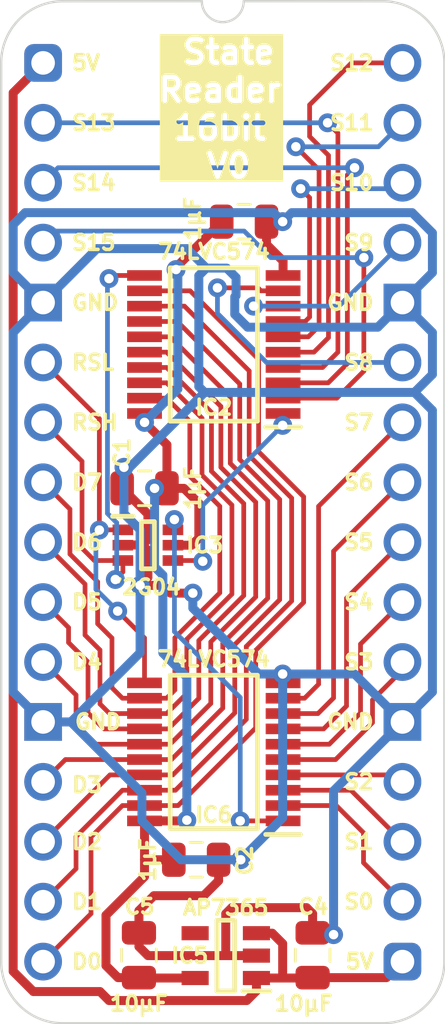
<source format=kicad_pcb>
(kicad_pcb (version 20241229) (generator "pcbnew") (generator_version "9.0")
  (title_block (title "State Reader") (date "2024-02-19") (rev "V0"))
  (layers (0 "F.Cu" signal) (2 "B.Cu" signal) (13 "F.Paste" user) (15 "B.Paste" user) (5 "F.SilkS" user "F.Silkscreen") (7 "B.SilkS" user "B.Silkscreen") (1 "F.Mask" user) (3 "B.Mask" user) (25 "Edge.Cuts" user))
  (net 0 "")
  (net 1 "GND")
  (net 2 "5V")
  (net 3 "/3.3V")
  (net 4 "D2")
  (net 5 "D3")
  (net 6 "D0")
  (net 7 "S9")
  (net 8 "S12")
  (net 9 "S8")
  (net 10 "D4")
  (net 11 "S15")
  (net 13 "S13")
  (net 14 "D5")
  (net 15 "S11")
  (net 16 "Read State High")
  (net 17 "D1")
  (net 18 "S10")
  (net 19 "D6")
  (net 20 "D7")
  (net 21 "/~{Read State High}")
  (net 22 "S14")
  (net 23 "/~{Read State Low}")
  (net 24 "Read State Low")
  (net 25 "S2")
  (net 26 "S5")
  (net 27 "S3")
  (net 28 "S4")
  (net 29 "S1")
  (net 30 "S7")
  (net 31 "S6")
  (net 32 "S0")
  (footprint "SamacSys_Parts:C_0805" (layer "F.Cu") (at 4.064 37.846)
    (property "Reference" "C5" (at 0.027 -2.075 180) (layer "F.SilkS") (effects (font (size 0.635 0.635))))
    (property "Value" "10µF" (at 0 2.032 0) (layer "F.SilkS") (effects (font (size 0.635 0.635))))
    (pad "1" smd roundrect (at 0 0.934 90) (size 1 1.45) (layers "F.Cu" "F.Mask" "F.Paste") (net 3 "/3.3V"))
    (pad "2" smd roundrect (at 0 -0.966 90) (size 1 1.45) (layers "F.Cu" "F.Mask" "F.Paste") (net 1 "GND"))
  )
  (footprint "SamacSys_Parts:SOP65P640X110-20N" (layer "F.Cu") (at 7.239 11.938 180)
    (property "Reference" "IC2" (at 0 -2.667 180) (layer "F.SilkS") (effects (font (size 0.635 0.635))))
    (property "Value" "74LVC574APW,118" (hide yes))
    (fp_text user "${Silkscreen}" (at 0 3.937 180) (layer "F.SilkS") (effects (font (size 0.635 0.635))))
    (pad "1" smd rect (at -2.938 -2.925 270) (size 0.45 1.475) (layers "F.Cu" "F.Mask" "F.Paste") (net 21 "/~{Read State High}"))
    (pad "2" smd rect (at -2.938 -2.275 270) (size 0.45 1.475) (layers "F.Cu" "F.Mask" "F.Paste") (net 11 "S15"))
    (pad "3" smd rect (at -2.938 -1.625 270) (size 0.45 1.475) (layers "F.Cu" "F.Mask" "F.Paste") (net 22 "S14"))
    (pad "4" smd rect (at -2.938 -0.975 270) (size 0.45 1.475) (layers "F.Cu" "F.Mask" "F.Paste") (net 13 "S13"))
    (pad "5" smd rect (at -2.938 -0.325 270) (size 0.45 1.475) (layers "F.Cu" "F.Mask" "F.Paste") (net 8 "S12"))
    (pad "6" smd rect (at -2.938 0.325 270) (size 0.45 1.475) (layers "F.Cu" "F.Mask" "F.Paste") (net 15 "S11"))
    (pad "7" smd rect (at -2.938 0.975 270) (size 0.45 1.475) (layers "F.Cu" "F.Mask" "F.Paste") (net 18 "S10"))
    (pad "8" smd rect (at -2.938 1.625 270) (size 0.45 1.475) (layers "F.Cu" "F.Mask" "F.Paste") (net 7 "S9"))
    (pad "9" smd rect (at -2.938 2.275 270) (size 0.45 1.475) (layers "F.Cu" "F.Mask" "F.Paste") (net 9 "S8"))
    (pad "10" smd rect (at -2.938 2.925 270) (size 0.45 1.475) (layers "F.Cu" "F.Mask" "F.Paste") (net 1 "GND"))
    (pad "11" smd rect (at 2.938 2.925 270) (size 0.45 1.475) (layers "F.Cu" "F.Mask" "F.Paste") (net 16 "Read State High"))
    (pad "12" smd rect (at 2.938 2.275 270) (size 0.45 1.475) (layers "F.Cu" "F.Mask" "F.Paste") (net 6 "D0"))
    (pad "13" smd rect (at 2.938 1.625 270) (size 0.45 1.475) (layers "F.Cu" "F.Mask" "F.Paste") (net 17 "D1"))
    (pad "14" smd rect (at 2.938 0.975 270) (size 0.45 1.475) (layers "F.Cu" "F.Mask" "F.Paste") (net 4 "D2"))
    (pad "15" smd rect (at 2.938 0.325 270) (size 0.45 1.475) (layers "F.Cu" "F.Mask" "F.Paste") (net 5 "D3"))
    (pad "16" smd rect (at 2.938 -0.325 270) (size 0.45 1.475) (layers "F.Cu" "F.Mask" "F.Paste") (net 10 "D4"))
    (pad "17" smd rect (at 2.938 -0.975 270) (size 0.45 1.475) (layers "F.Cu" "F.Mask" "F.Paste") (net 14 "D5"))
    (pad "18" smd rect (at 2.938 -1.625 270) (size 0.45 1.475) (layers "F.Cu" "F.Mask" "F.Paste") (net 19 "D6"))
    (pad "19" smd rect (at 2.938 -2.275 270) (size 0.45 1.475) (layers "F.Cu" "F.Mask" "F.Paste") (net 20 "D7"))
    (pad "20" smd rect (at 2.938 -2.925 270) (size 0.45 1.475) (layers "F.Cu" "F.Mask" "F.Paste") (net 3 "/3.3V"))
  )
  (footprint "SamacSys_Parts:C_0805" (layer "F.Cu") (at 4.318 18.034 90)
    (property "Reference" "C1" (at 1.509 -0.97 90) (layer "F.SilkS") (effects (font (size 0.635 0.635))))
    (property "Value" "1μF" (at 0 2.032 90) (layer "F.SilkS") (effects (font (size 0.635 0.635))))
    (pad "1" smd roundrect (at 0 0.934 180) (size 1 1.45) (layers "F.Cu" "F.Mask" "F.Paste") (net 3 "/3.3V"))
    (pad "2" smd roundrect (at 0 -0.966 180) (size 1 1.45) (layers "F.Cu" "F.Mask" "F.Paste") (net 1 "GND"))
  )
  (footprint "SamacSys_Parts:C_0805" (layer "F.Cu") (at 11.43 37.846)
    (property "Reference" "C4" (at 0.027 -2.075 180) (layer "F.SilkS") (effects (font (size 0.635 0.635))))
    (property "Value" "10µF" (at -0.381 2.032 0) (layer "F.SilkS") (effects (font (size 0.635 0.635))))
    (pad "1" smd roundrect (at 0 0.934 90) (size 1 1.45) (layers "F.Cu" "F.Mask" "F.Paste") (net 2 "5V"))
    (pad "2" smd roundrect (at 0 -0.966 90) (size 1 1.45) (layers "F.Cu" "F.Mask" "F.Paste") (net 1 "GND"))
  )
  (footprint "SamacSys_Parts:DIP-32_Board_W15.24mm" (layer "F.Cu") (at 0 0)
    (property "Reference" "J1" (hide yes))
    (property "Value" "Board 2x16 W15.24mm" (hide yes))
    (fp_line (start -1.778 38.1) (end -1.778 0) (stroke (width 0.1)) (layer "Edge.Cuts"))
    (fp_line (start 6.731 -2.6162) (end 0.835732 -2.613732) (stroke (width 0.1)) (layer "Edge.Cuts"))
    (fp_line (start 14.404267 -2.613733) (end 8.509 -2.6162) (stroke (width 0.1)) (layer "Edge.Cuts"))
    (fp_line (start 14.404268 40.713732) (end 0.835733 40.713733) (stroke (width 0.1)) (layer "Edge.Cuts"))
    (fp_line (start 17.018 38.1) (end 17.017999 -0.000001) (stroke (width 0.1)) (layer "Edge.Cuts"))
    (fp_arc (start -1.778 0) (mid -1.012456 -1.848188) (end 0.835732 -2.613732) (stroke (width 0.1)) (layer "Edge.Cuts"))
    (fp_arc (start 0.835733 40.713733) (mid -1.012456 39.948189) (end -1.778 38.1) (stroke (width 0.1)) (layer "Edge.Cuts"))
    (fp_arc (start 8.509 -2.6162) (mid 7.62 -1.7272) (end 6.731 -2.6162) (stroke (width 0.1)) (layer "Edge.Cuts"))
    (fp_arc (start 14.404267 -2.613733) (mid 16.252455 -1.848189) (end 17.017999 -0.000001) (stroke (width 0.1)) (layer "Edge.Cuts"))
    (fp_arc (start 17.018 38.1) (mid 16.252455 39.948187) (end 14.404268 40.713732) (stroke (width 0.1)) (layer "Edge.Cuts"))
    (pad "1" thru_hole roundrect (at 0 0) (size 1.6 1.6) (drill 1) (layers "*.Cu" "*.Mask") (net 2 "5V"))
    (pad "2" thru_hole oval (at 0 2.54) (size 1.6 1.6) (drill 1) (layers "*.Cu" "*.Mask") (net 13 "S13"))
    (pad "3" thru_hole oval (at 0 5.08) (size 1.6 1.6) (drill 1) (layers "*.Cu" "*.Mask") (net 22 "S14"))
    (pad "4" thru_hole oval (at 0 7.62) (size 1.6 1.6) (drill 1) (layers "*.Cu" "*.Mask") (net 11 "S15"))
    (pad "5" thru_hole rect (at 0 10.16) (size 1.6 1.6) (drill 1) (layers "*.Cu" "*.Mask") (net 1 "GND"))
    (pad "6" thru_hole oval (at 0 12.7) (size 1.6 1.6) (drill 1) (layers "*.Cu" "*.Mask") (net 24 "Read State Low"))
    (pad "7" thru_hole oval (at 0 15.24) (size 1.6 1.6) (drill 1) (layers "*.Cu" "*.Mask") (net 16 "Read State High"))
    (pad "8" thru_hole oval (at 0 17.78) (size 1.6 1.6) (drill 1) (layers "*.Cu" "*.Mask") (net 20 "D7"))
    (pad "9" thru_hole oval (at 0 20.32) (size 1.6 1.6) (drill 1) (layers "*.Cu" "*.Mask") (net 19 "D6"))
    (pad "10" thru_hole oval (at 0 22.86) (size 1.6 1.6) (drill 1) (layers "*.Cu" "*.Mask") (net 14 "D5"))
    (pad "11" thru_hole oval (at 0 25.4) (size 1.6 1.6) (drill 1) (layers "*.Cu" "*.Mask") (net 10 "D4"))
    (pad "12" thru_hole rect (at 0 27.94) (size 1.6 1.6) (drill 1) (layers "*.Cu" "*.Mask") (net 1 "GND"))
    (pad "13" thru_hole oval (at 0 30.48) (size 1.6 1.6) (drill 1) (layers "*.Cu" "*.Mask") (net 5 "D3"))
    (pad "14" thru_hole oval (at 0 33.02) (size 1.6 1.6) (drill 1) (layers "*.Cu" "*.Mask") (net 4 "D2"))
    (pad "15" thru_hole oval (at 0 35.56) (size 1.6 1.6) (drill 1) (layers "*.Cu" "*.Mask") (net 17 "D1"))
    (pad "16" thru_hole oval (at 0 38.1) (size 1.6 1.6) (drill 1) (layers "*.Cu" "*.Mask") (net 6 "D0"))
    (pad "17" thru_hole roundrect (at 15.24 38.1) (size 1.6 1.6) (drill 1) (layers "*.Cu" "*.Mask") (net 2 "5V"))
    (pad "18" thru_hole oval (at 15.24 35.56 180) (size 1.6 1.6) (drill 1) (layers "*.Cu" "*.Mask") (net 32 "S0"))
    (pad "19" thru_hole oval (at 15.24 33.02 180) (size 1.6 1.6) (drill 1) (layers "*.Cu" "*.Mask") (net 29 "S1"))
    (pad "20" thru_hole oval (at 15.24 30.48 180) (size 1.6 1.6) (drill 1) (layers "*.Cu" "*.Mask") (net 25 "S2"))
    (pad "21" thru_hole rect (at 15.24 27.94) (size 1.6 1.6) (drill 1) (layers "*.Cu" "*.Mask") (net 1 "GND"))
    (pad "22" thru_hole oval (at 15.24 25.4) (size 1.6 1.6) (drill 1) (layers "*.Cu" "*.Mask") (net 27 "S3"))
    (pad "23" thru_hole oval (at 15.24 22.86) (size 1.6 1.6) (drill 1) (layers "*.Cu" "*.Mask") (net 28 "S4"))
    (pad "24" thru_hole oval (at 15.24 20.32) (size 1.6 1.6) (drill 1) (layers "*.Cu" "*.Mask") (net 26 "S5"))
    (pad "25" thru_hole oval (at 15.24 17.78) (size 1.6 1.6) (drill 1) (layers "*.Cu" "*.Mask") (net 31 "S6"))
    (pad "26" thru_hole oval (at 15.24 15.24) (size 1.6 1.6) (drill 1) (layers "*.Cu" "*.Mask") (net 30 "S7"))
    (pad "27" thru_hole oval (at 15.24 12.7) (size 1.6 1.6) (drill 1) (layers "*.Cu" "*.Mask") (net 9 "S8"))
    (pad "28" thru_hole rect (at 15.24 10.16) (size 1.6 1.6) (drill 1) (layers "*.Cu" "*.Mask") (net 1 "GND"))
    (pad "29" thru_hole oval (at 15.24 7.62) (size 1.6 1.6) (drill 1) (layers "*.Cu" "*.Mask") (net 7 "S9"))
    (pad "30" thru_hole oval (at 15.24 5.08) (size 1.6 1.6) (drill 1) (layers "*.Cu" "*.Mask") (net 18 "S10"))
    (pad "31" thru_hole oval (at 15.24 2.54) (size 1.6 1.6) (drill 1) (layers "*.Cu" "*.Mask") (net 15 "S11"))
    (pad "32" thru_hole oval (at 15.24 0) (size 1.6 1.6) (drill 1) (layers "*.Cu" "*.Mask") (net 8 "S12"))
  )
  (footprint "SamacSys_Parts:C_0805" (layer "F.Cu") (at 6.477 33.782 -90)
    (property "Reference" "C2" (at 0.027 -2.075 90) (layer "F.SilkS") (effects (font (size 0.635 0.635))))
    (property "Value" "1μF" (at 0 2.032 90) (layer "F.SilkS") (effects (font (size 0.635 0.635))))
    (pad "1" smd roundrect (at 0 0.934) (size 1 1.45) (layers "F.Cu" "F.Mask" "F.Paste") (net 3 "/3.3V"))
    (pad "2" smd roundrect (at 0 -0.966) (size 1 1.45) (layers "F.Cu" "F.Mask" "F.Paste") (net 1 "GND"))
  )
  (footprint "SamacSys_Parts:SOP65P640X110-20N" (layer "F.Cu") (at 7.239 29.21 180)
    (property "Reference" "IC6" (at 0 -2.667 180) (layer "F.SilkS") (effects (font (size 0.635 0.635))))
    (property "Value" "74LVC574APW,118" (hide yes))
    (fp_text user "${Silkscreen}" (at 0 3.937 180) (layer "F.SilkS") (effects (font (size 0.635 0.635))))
    (pad "1" smd rect (at -2.938 -2.925 270) (size 0.45 1.475) (layers "F.Cu" "F.Mask" "F.Paste") (net 23 "/~{Read State Low}"))
    (pad "2" smd rect (at -2.938 -2.275 270) (size 0.45 1.475) (layers "F.Cu" "F.Mask" "F.Paste") (net 32 "S0"))
    (pad "3" smd rect (at -2.938 -1.625 270) (size 0.45 1.475) (layers "F.Cu" "F.Mask" "F.Paste") (net 29 "S1"))
    (pad "4" smd rect (at -2.938 -0.975 270) (size 0.45 1.475) (layers "F.Cu" "F.Mask" "F.Paste") (net 25 "S2"))
    (pad "5" smd rect (at -2.938 -0.325 270) (size 0.45 1.475) (layers "F.Cu" "F.Mask" "F.Paste") (net 27 "S3"))
    (pad "6" smd rect (at -2.938 0.325 270) (size 0.45 1.475) (layers "F.Cu" "F.Mask" "F.Paste") (net 28 "S4"))
    (pad "7" smd rect (at -2.938 0.975 270) (size 0.45 1.475) (layers "F.Cu" "F.Mask" "F.Paste") (net 26 "S5"))
    (pad "8" smd rect (at -2.938 1.625 270) (size 0.45 1.475) (layers "F.Cu" "F.Mask" "F.Paste") (net 31 "S6"))
    (pad "9" smd rect (at -2.938 2.275 270) (size 0.45 1.475) (layers "F.Cu" "F.Mask" "F.Paste") (net 30 "S7"))
    (pad "10" smd rect (at -2.938 2.925 270) (size 0.45 1.475) (layers "F.Cu" "F.Mask" "F.Paste") (net 1 "GND"))
    (pad "11" smd rect (at 2.938 2.925 270) (size 0.45 1.475) (layers "F.Cu" "F.Mask" "F.Paste") (net 24 "Read State Low"))
    (pad "12" smd rect (at 2.938 2.275 270) (size 0.45 1.475) (layers "F.Cu" "F.Mask" "F.Paste") (net 20 "D7"))
    (pad "13" smd rect (at 2.938 1.625 270) (size 0.45 1.475) (layers "F.Cu" "F.Mask" "F.Paste") (net 19 "D6"))
    (pad "14" smd rect (at 2.938 0.975 270) (size 0.45 1.475) (layers "F.Cu" "F.Mask" "F.Paste") (net 14 "D5"))
    (pad "15" smd rect (at 2.938 0.325 270) (size 0.45 1.475) (layers "F.Cu" "F.Mask" "F.Paste") (net 10 "D4"))
    (pad "16" smd rect (at 2.938 -0.325 270) (size 0.45 1.475) (layers "F.Cu" "F.Mask" "F.Paste") (net 5 "D3"))
    (pad "17" smd rect (at 2.938 -0.975 270) (size 0.45 1.475) (layers "F.Cu" "F.Mask" "F.Paste") (net 4 "D2"))
    (pad "18" smd rect (at 2.938 -1.625 270) (size 0.45 1.475) (layers "F.Cu" "F.Mask" "F.Paste") (net 17 "D1"))
    (pad "19" smd rect (at 2.938 -2.275 270) (size 0.45 1.475) (layers "F.Cu" "F.Mask" "F.Paste") (net 6 "D0"))
    (pad "20" smd rect (at 2.938 -2.925 270) (size 0.45 1.475) (layers "F.Cu" "F.Mask" "F.Paste") (net 3 "/3.3V"))
  )
  (footprint "SamacSys_Parts:C_0805" (layer "F.Cu") (at 8.509 6.731 -90)
    (property "Reference" "C9" (hide yes))
    (property "Value" "1μF" (at -0.127 2.159 90) (layer "F.SilkS") (effects (font (size 0.635 0.635))))
    (pad "1" smd roundrect (at 0 0.934) (size 1 1.45) (layers "F.Cu" "F.Mask" "F.Paste") (net 3 "/3.3V"))
    (pad "2" smd roundrect (at 0 -0.966) (size 1 1.45) (layers "F.Cu" "F.Mask" "F.Paste") (net 1 "GND"))
  )
  (footprint "SamacSys_Parts:SOT95P285X130-5N" (layer "F.Cu") (at 7.747 37.846 180)
    (property "Reference" "IC5" (at 1.524 0 180) (layer "F.SilkS") (effects (font (size 0.635 0.635))))
    (property "Value" "AP7365-33WG-7" (hide yes))
    (fp_text user "${Silkscreen}" (at 0 2.032 180) (layer "F.SilkS") (effects (font (size 0.635 0.635))))
    (pad "1" smd rect (at -1.3 -0.95 270) (size 0.6 1.15) (layers "F.Cu" "F.Mask" "F.Paste") (net 2 "5V"))
    (pad "2" smd rect (at -1.3 0 270) (size 0.6 1.15) (layers "F.Cu" "F.Mask" "F.Paste") (net 1 "GND"))
    (pad "3" smd rect (at -1.3 0.95 270) (size 0.6 1.15) (layers "F.Cu" "F.Mask" "F.Paste") (net 2 "5V"))
    (pad "4" smd rect (at 1.3 0.95 270) (size 0.6 1.15) (layers "F.Cu" "F.Mask" "F.Paste"))
    (pad "5" smd rect (at 1.3 -0.95 270) (size 0.6 1.15) (layers "F.Cu" "F.Mask" "F.Paste") (net 3 "/3.3V"))
  )
  (footprint "SamacSys_Parts:SOP65P210X110-6N" (layer "F.Cu") (at 4.445 20.447)
    (property "Reference" "IC3" (at 2.413 0 0) (layer "F.SilkS") (effects (font (size 0.635 0.635))))
    (property "Value" "74LVC2G04GW-Q100H" (hide yes))
    (fp_text user "${Silkscreen}" (at 0 1.778 0) (layer "F.SilkS") (effects (font (size 0.635 0.635))))
    (pad "1" smd rect (at -1.062 -0.65 90) (size 0.45 0.875) (layers "F.Cu" "F.Mask" "F.Paste") (net 24 "Read State Low"))
    (pad "2" smd rect (at -1.062 0 90) (size 0.45 0.875) (layers "F.Cu" "F.Mask" "F.Paste") (net 1 "GND"))
    (pad "3" smd rect (at -1.062 0.65 90) (size 0.45 0.875) (layers "F.Cu" "F.Mask" "F.Paste") (net 16 "Read State High"))
    (pad "4" smd rect (at 1.062 0.65 90) (size 0.45 0.875) (layers "F.Cu" "F.Mask" "F.Paste") (net 21 "/~{Read State High}"))
    (pad "5" smd rect (at 1.062 0 90) (size 0.45 0.875) (layers "F.Cu" "F.Mask" "F.Paste") (net 3 "/3.3V"))
    (pad "6" smd rect (at 1.062 -0.65 90) (size 0.45 0.875) (layers "F.Cu" "F.Mask" "F.Paste") (net 23 "/~{Read State Low}"))
  )
  (gr_text "S1" (at 14.097 33.02 0) (layer "F.SilkS") (effects (font (size 0.635 0.635) (thickness 0.15) (bold yes)) (justify right)))
  (gr_text "S5" (at 14.097 20.32 0) (layer "F.SilkS") (effects (font (size 0.635 0.635) (thickness 0.15) (bold yes)) (justify right)))
  (gr_text "S3" (at 14.097 25.4 0) (layer "F.SilkS") (effects (font (size 0.635 0.635) (thickness 0.15) (bold yes)) (justify right)))
  (gr_text "GND" (at 1.143 10.16 0) (layer "F.SilkS") (effects (font (size 0.635 0.635) (thickness 0.15) (bold yes)) (justify left)))
  (gr_text "S7" (at 14.097 15.24 0) (layer "F.SilkS") (effects (font (size 0.635 0.635) (thickness 0.15) (bold yes)) (justify right)))
  (gr_text "RSL" (at 1.143 12.7 0) (layer "F.SilkS") (effects (font (size 0.635 0.635) (thickness 0.15) (bold yes)) (justify left)))
  (gr_text "D7" (at 1.143 17.78 0) (layer "F.SilkS") (effects (font (size 0.635 0.635) (thickness 0.15) (bold yes)) (justify left)))
  (gr_text "D4" (at 1.143 25.4 0) (layer "F.SilkS") (effects (font (size 0.635 0.635) (thickness 0.15) (bold yes)) (justify left)))
  (gr_text "S11" (at 14.097 2.54 0) (layer "F.SilkS") (effects (font (size 0.635 0.635) (thickness 0.15) (bold yes)) (justify right)))
  (gr_text "S14" (at 1.143 5.08 0) (layer "F.SilkS") (effects (font (size 0.635 0.635) (thickness 0.15) (bold yes)) (justify left)))
  (gr_text "D2" (at 1.143 33.02 0) (layer "F.SilkS") (effects (font (size 0.635 0.635) (thickness 0.15) (bold yes)) (justify left)))
  (gr_text "S2" (at 14.097 30.48 0) (layer "F.SilkS") (effects (font (size 0.635 0.635) (thickness 0.15) (bold yes)) (justify right)))
  (gr_text "State\nReader \n16bit \nV0" (at 7.874 4.953 0) (layer "F.SilkS" knockout) (effects (font (size 1 1) (thickness 0.2) (bold yes)) (justify bottom)))
  (gr_text "S4" (at 14.097 22.86 0) (layer "F.SilkS") (effects (font (size 0.635 0.635) (thickness 0.15) (bold yes)) (justify right)))
  (gr_text "S6" (at 14.097 17.78 0) (layer "F.SilkS") (effects (font (size 0.635 0.635) (thickness 0.15) (bold yes)) (justify right)))
  (gr_text "5V" (at 1.143 0 0) (layer "F.SilkS") (effects (font (size 0.635 0.635) (thickness 0.15) (bold yes)) (justify left)))
  (gr_text "S12" (at 14.097 0 0) (layer "F.SilkS") (effects (font (size 0.635 0.635) (thickness 0.15) (bold yes)) (justify right)))
  (gr_text "D3" (at 1.143 30.607 0) (layer "F.SilkS") (effects (font (size 0.635 0.635) (thickness 0.15) (bold yes)) (justify left)))
  (gr_text "GND" (at 14.097 10.16 0) (layer "F.SilkS") (effects (font (size 0.635 0.635) (thickness 0.15) (bold yes)) (justify right)))
  (gr_text "RSH" (at 1.143 15.24 0) (layer "F.SilkS") (effects (font (size 0.635 0.635) (thickness 0.15) (bold yes)) (justify left)))
  (gr_text "D6" (at 1.143 20.32 0) (layer "F.SilkS") (effects (font (size 0.635 0.635) (thickness 0.15) (bold yes)) (justify left)))
  (gr_text "D5" (at 1.143 22.86 0) (layer "F.SilkS") (effects (font (size 0.635 0.635) (thickness 0.15) (bold yes)) (justify left)))
  (gr_text "S13" (at 1.143 2.54 0) (layer "F.SilkS") (effects (font (size 0.635 0.635) (thickness 0.15) (bold yes)) (justify left)))
  (gr_text "S10" (at 14.097 5.08 0) (layer "F.SilkS") (effects (font (size 0.635 0.635) (thickness 0.15) (bold yes)) (justify right)))
  (gr_text "S15" (at 1.143 7.62 0) (layer "F.SilkS") (effects (font (size 0.635 0.635) (thickness 0.15) (bold yes)) (justify left)))
  (gr_text "S8" (at 14.097 12.7 0) (layer "F.SilkS") (effects (font (size 0.635 0.635) (thickness 0.15) (bold yes)) (justify right)))
  (gr_text "D1" (at 1.143 35.56 0) (layer "F.SilkS") (effects (font (size 0.635 0.635) (thickness 0.15) (bold yes)) (justify left)))
  (gr_text "S9" (at 14.097 7.62 0) (layer "F.SilkS") (effects (font (size 0.635 0.635) (thickness 0.15) (bold yes)) (justify right)))
  (gr_text "D0" (at 1.143 38.1 0) (layer "F.SilkS") (effects (font (size 0.635 0.635) (thickness 0.15) (bold yes)) (justify left)))
  (gr_text "S0" (at 14.097 35.56 0) (layer "F.SilkS") (effects (font (size 0.635 0.635) (thickness 0.15) (bold yes)) (justify right)))
  (gr_text "GND" (at 1.27 27.94 0) (layer "F.SilkS") (effects (font (size 0.635 0.635) (thickness 0.15) (bold yes)) (justify left)))
  (gr_text "GND" (at 14.097 27.94 0) (layer "F.SilkS") (effects (font (size 0.635 0.635) (thickness 0.15) (bold yes)) (justify right)))
  (gr_text "5V" (at 14.097 38.1 0) (layer "F.SilkS") (effects (font (size 0.635 0.635) (thickness 0.15) (bold yes)) (justify right)))
  (segment (start 4.445 21.818687) (end 4.113 22.150687) (width 0.38) (layer "F.Cu") (net 1))
  (segment (start 10.16 26.268) (end 10.16 25.907996) (width 0.38) (layer "F.Cu") (net 1))
  (segment (start 9.475 6.731) (end 9.475 7.697) (width 0.38) (layer "F.Cu") (net 1))
  (segment (start 7.747 37.846) (end 9.047 37.846) (width 0.38) (layer "F.Cu") (net 1))
  (segment (start 4.064 35.941) (end 4.699 35.306) (width 0.38) (layer "F.Cu") (net 1))
  (segment (start 11.176 35.814) (end 11.43 36.068) (width 0.38) (layer "F.Cu") (net 1))
  (segment (start 7.747 36.068) (end 8.001 35.814) (width 0.38) (layer "F.Cu") (net 1))
  (segment (start 8.001 35.814) (end 11.176 35.814) (width 0.38) (layer "F.Cu") (net 1))
  (segment (start 4.699 35.306) (end 6.808 35.306) (width 0.38) (layer "F.Cu") (net 1))
  (segment (start 11.43 36.068) (end 11.43 36.88) (width 0.38) (layer "F.Cu") (net 1))
  (segment (start 9.475 7.697) (end 10.177 8.399) (width 0.38) (layer "F.Cu") (net 1))
  (segment (start 4.113 22.150687) (end 5.08 22.150687) (width 0.38) (layer "F.Cu") (net 1))
  (segment (start 3.352 17.222) (end 3.429 17.145) (width 0.38) (layer "F.Cu") (net 1))
  (segment (start 4.064 36.88) (end 4.064 35.941) (width 0.38) (layer "F.Cu") (net 1))
  (segment (start 10.177 8.399) (end 10.177 9.013) (width 0.38) (layer "F.Cu") (net 1))
  (segment (start 4.2105 20.437) (end 4.445 20.2025) (width 0.38) (layer "F.Cu") (net 1))
  (segment (start 4.445 20.6715) (end 4.445 21.818687) (width 0.38) (layer "F.Cu") (net 1))
  (segment (start 7.443 34.671) (end 7.443 33.782) (width 0.38) (layer "F.Cu") (net 1))
  (segment (start 4.064 37.465) (end 4.445 37.846) (width 0.38) (layer "F.Cu") (net 1))
  (segment (start 11.507 36.957) (end 12.318994 36.957) (width 0.38) (layer "F.Cu") (net 1))
  (segment (start 4.445 37.846) (end 7.747 37.846) (width 0.38) (layer "F.Cu") (net 1))
  (segment (start 4.445 20.2025) (end 4.445 19.127) (width 0.38) (layer "F.Cu") (net 1))
  (segment (start 6.35 22.479) (end 5.408312 22.479) (width 0.38) (layer "F.Cu") (net 1))
  (segment (start 4.445 19.127) (end 3.352 18.034) (width 0.38) (layer "F.Cu") (net 1))
  (segment (start 4.2105 20.437) (end 3.393 20.437) (width 0.38) (layer "F.Cu") (net 1))
  (segment (start 4.064 36.88) (end 4.064 37.465) (width 0.38) (layer "F.Cu") (net 1))
  (segment (start 10.033 6.604) (end 10.16 6.731) (width 0.38) (layer "F.Cu") (net 1))
  (segment (start 6.808 35.306) (end 7.443 34.671) (width 0.38) (layer "F.Cu") (net 1))
  (segment (start 9.602 6.604) (end 10.033 6.604) (width 0.38) (layer "F.Cu") (net 1))
  (segment (start 5.08 22.150687) (end 5.408312 22.479) (width 0.38) (layer "F.Cu") (net 1))
  (segment (start 3.352 18.034) (end 3.352 17.222) (width 0.38) (layer "F.Cu") (net 1))
  (segment (start 4.445 20.6715) (end 4.2105 20.437) (width 0.38) (layer "F.Cu") (net 1))
  (segment (start 7.443 33.782) (end 8.382004 33.782) (width 0.38) (layer "F.Cu") (net 1))
  (segment (start 7.747 37.846) (end 7.747 36.068) (width 0.38) (layer "F.Cu") (net 1))
  (via (at 8.382004 33.782) (size 0.8) (drill 0.4) (layers "F.Cu" "B.Cu") (net 1))
  (via (at 10.16 25.907996) (size 0.8) (drill 0.4) (layers "F.Cu" "B.Cu") (net 1))
  (via (at 12.318994 36.957) (size 0.8) (drill 0.4) (layers "F.Cu" "B.Cu") (net 1))
  (via (at 6.35 22.479) (size 0.8) (drill 0.4) (layers "F.Cu" "B.Cu") (net 1))
  (via (at 3.429 17.145) (size 0.8) (drill 0.4) (layers "F.Cu" "B.Cu") (net 1))
  (via (at 10.16 6.731) (size 0.8) (drill 0.4) (layers "F.Cu" "B.Cu") (net 1))
  (via (at 4.113 22.150687) (size 0.8) (drill 0.4) (layers "F.Cu" "B.Cu") (net 1))
  (segment (start 13.207996 25.907996) (end 10.16 25.907996) (width 0.38) (layer "B.Cu") (net 1))
  (segment (start -1.27 11.43) (end 0 10.16) (width 0.38) (layer "B.Cu") (net 1))
  (segment (start 1.18 27.94) (end 4.113 25.007) (width 0.38) (layer "B.Cu") (net 1))
  (segment (start 10.541 6.35) (end 10.16 6.731) (width 0.38) (layer "B.Cu") (net 1))
  (segment (start 16.51 8.89) (end 16.51 7.207085) (width 0.38) (layer "B.Cu") (net 1))
  (segment (start 12.318994 30.861006) (end 12.318994 36.957) (width 0.38) (layer "B.Cu") (net 1))
  (segment (start -1.27 6.858) (end -0.762 6.35) (width 0.38) (layer "B.Cu") (net 1))
  (segment (start 15.748 13.97) (end 16.51 14.732) (width 0.38) (layer "B.Cu") (net 1))
  (segment (start -1.27 26.67) (end -1.27 11.43) (width 0.38) (layer "B.Cu") (net 1))
  (segment (start 15.24 27.94) (end 13.207996 25.907996) (width 0.38) (layer "B.Cu") (net 1))
  (segment (start 8.183913 9.098681) (end 8.183913 9.864013) (width 0.38) (layer "B.Cu") (net 1))
  (segment (start 0 27.94) (end 1.18 27.94) (width 0.38) (layer "B.Cu") (net 1))
  (segment (start 16.51 14.732) (end 16.51 26.67) (width 0.38) (layer "B.Cu") (net 1))
  (segment (start 6.604 9.017) (end 6.604 13.724937) (width 0.38) (layer "B.Cu") (net 1))
  (segment (start 8.671812 11.204) (end 14.196 11.204) (width 0.38) (layer "B.Cu") (net 1))
  (segment (start 16.51 26.67) (end 15.24 27.94) (width 0.38) (layer "B.Cu") (net 1))
  (segment (start 6.096 7.874) (end 6.9215 8.6995) (width 0.38) (layer "B.Cu") (net 1))
  (segment (start 10.16 25.907996) (end 10.16 32.004004) (width 0.38) (layer "B.Cu") (net 1))
  (segment (start 15.24 10.16) (end 16.51 8.89) (width 0.38) (layer "B.Cu") (net 1))
  (segment (start 10.16 25.907996) (end 9.143996 25.907996) (width 0.38) (layer "B.Cu") (net 1))
  (segment (start 3.674063 17.145) (end 3.429 17.145) (width 0.38) (layer "B.Cu") (net 1))
  (segment (start 3.429 19.108244) (end 4.113 19.792244) (width 0.38) (layer "B.Cu") (net 1))
  (segment (start 0 27.94) (end -1.27 26.67) (width 0.38) (layer "B.Cu") (net 1))
  (segment (start 8.128 9.919926) (end 8.128 10.660188) (width 0.38) (layer "B.Cu") (net 1))
  (segment (start 0 10.16) (end 2.286 7.874) (width 0.38) (layer "B.Cu") (net 1))
  (segment (start 6.35 23.114) (end 6.35 22.479) (width 0.38) (layer "B.Cu") (net 1))
  (segment (start -1.27 8.89) (end -1.27 6.858) (width 0.38) (layer "B.Cu") (net 1))
  (segment (start 15.748 13.97) (end 6.849063 13.97) (width 0.38) (layer "B.Cu") (net 1))
  (segment (start -0.762 6.35) (end 9.779 6.35) (width 0.38) (layer "B.Cu") (net 1))
  (segment (start 16.51 13.208) (end 15.748 13.97) (width 0.38) (layer "B.Cu") (net 1))
  (segment (start 7.784732 8.6995) (end 8.183913 9.098681) (width 0.38) (layer "B.Cu") (net 1))
  (segment (start 14.196 11.204) (end 15.24 10.16) (width 0.38) (layer "B.Cu") (net 1))
  (segment (start 9.779 6.35) (end 10.16 6.731) (width 0.38) (layer "B.Cu") (net 1))
  (segment (start 9.143996 25.907996) (end 6.35 23.114) (width 0.38) (layer "B.Cu") (net 1))
  (segment (start 4.191 30.951) (end 4.191 32.131) (width 0.38) (layer "B.Cu") (net 1))
  (segment (start 16.51 11.43) (end 16.51 13.208) (width 0.38) (layer "B.Cu") (net 1))
  (segment (start 4.113 25.007) (end 4.113 22.150687) (width 0.38) (layer "B.Cu") (net 1))
  (segment (start 4.191 32.131) (end 5.842 33.782) (width 0.38) (layer "B.Cu") (net 1))
  (segment (start 10.16 32.004004) (end 8.382004 33.782) (width 0.38) (layer "B.Cu") (net 1))
  (segment (start 5.842 33.782) (end 8.382004 33.782) (width 0.38) (layer "B.Cu") (net 1))
  (segment (start 2.286 7.874) (end 6.096 7.874) (width 0.38) (layer "B.Cu") (net 1))
  (segment (start 3.429 17.145) (end 3.429 19.108244) (width 0.38) (layer "B.Cu") (net 1))
  (segment (start 6.849063 13.97) (end 3.674063 17.145) (width 0.38) (layer "B.Cu") (net 1))
  (segment (start 0 10.16) (end -1.27 8.89) (width 0.38) (layer "B.Cu") (net 1))
  (segment (start 15.24 27.94) (end 12.318994 30.861006) (width 0.38) (layer "B.Cu") (net 1))
  (segment (start 6.604 13.724937) (end 6.849063 13.97) (width 0.38) (layer "B.Cu") (net 1))
  (segment (start 16.51 7.207085) (end 15.652915 6.35) (width 0.38) (layer "B.Cu") (net 1))
  (segment (start 15.652915 6.35) (end 10.541 6.35) (width 0.38) (layer "B.Cu") (net 1))
  (segment (start 4.113 19.792244) (end 4.113 22.150687) (width 0.38) (layer "B.Cu") (net 1))
  (segment (start 6.9215 8.6995) (end 7.784732 8.6995) (width 0.38) (layer "B.Cu") (net 1))
  (segment (start 8.128 10.660188) (end 8.671812 11.204) (width 0.38) (layer "B.Cu") (net 1))
  (segment (start 15.24 10.16) (end 16.51 11.43) (width 0.38) (layer "B.Cu") (net 1))
  (segment (start 8.183913 9.864013) (end 8.128 9.919926) (width 0.38) (layer "B.Cu") (net 1))
  (segment (start 1.18 27.94) (end 4.191 30.951) (width 0.38) (layer "B.Cu") (net 1))
  (segment (start 6.9215 8.6995) (end 6.604 9.017) (width 0.38) (layer "B.Cu") (net 1))
  (segment (start 14.56 38.78) (end 15.24 38.1) (width 0.38) (layer "F.Cu") (net 2))
  (segment (start -0.412915 39.37) (end 2.413 39.37) (width 0.38) (layer "F.Cu") (net 2))
  (segment (start 9.718 36.896) (end 10.16 37.338) (width 0.38) (layer "F.Cu") (net 2))
  (segment (start 8.636 39.751) (end 9.047 39.34) (width 0.38) (layer "F.Cu") (net 2))
  (segment (start 2.794 39.751) (end 8.636 39.751) (width 0.38) (layer "F.Cu") (net 2))
  (segment (start 9.047 38.796) (end 10.16 38.796) (width 0.38) (layer "F.Cu") (net 2))
  (segment (start -1.27 38.512915) (end -0.412915 39.37) (width 0.38) (layer "F.Cu") (net 2))
  (segment (start 9.047 36.896) (end 9.718 36.896) (width 0.38) (layer "F.Cu") (net 2))
  (segment (start 11.43 38.78) (end 14.56 38.78) (width 0.38) (layer "F.Cu") (net 2))
  (segment (start 0 0) (end -1.27 1.27) (width 0.38) (layer "F.Cu") (net 2))
  (segment (start 2.413 39.37) (end 2.794 39.751) (width 0.38) (layer "F.Cu") (net 2))
  (segment (start 10.16 38.796) (end 10.16 37.338) (width 0.38) (layer "F.Cu") (net 2))
  (segment (start 9.047 39.34) (end 9.047 38.796) (width 0.38) (layer "F.Cu") (net 2))
  (segment (start 10.16 38.796) (end 11.414 38.796) (width 0.38) (layer "F.Cu") (net 2))
  (segment (start -1.27 1.27) (end -1.27 38.512915) (width 0.38) (layer "F.Cu") (net 2))
  (segment (start 2.667 38.272) (end 3.175 38.78) (width 0.38) (layer "F.Cu") (net 3))
  (segment (start 6.604 18.669) (end 5.971889 18.036889) (width 0.38) (layer "F.Cu") (net 3))
  (segment (start 4.301 14.863) (end 4.301 15.24) (width 0.38) (layer "F.Cu") (net 3))
  (segment (start 5.252 18.034) (end 5.252 16.191) (width 0.38) (layer "F.Cu") (net 3))
  (segment (start 3.175 38.78) (end 4.064 38.78) (width 0.38) (layer "F.Cu") (net 3))
  (segment (start 4.301 32.135) (end 4.301 33.782) (width 0.38) (layer "F.Cu") (net 3))
  (segment (start 6.604 20.1425) (end 6.604 18.669) (width 0.38) (layer "F.Cu") (net 3))
  (segment (start 6.064 32.135) (end 6.096 32.103) (width 0.38) (layer "F.Cu") (net 3))
  (segment (start 4.301 34.4975) (end 2.667 36.1315) (width 0.38) (layer "F.Cu") (net 3))
  (segment (start 4.301 33.782) (end 5.543 33.782) (width 0.38) (layer "F.Cu") (net 3))
  (segment (start 6.2995 20.447) (end 6.604 20.1425) (width 0.38) (layer "F.Cu") (net 3))
  (segment (start 4.727 18.036889) (end 5.249111 18.036889) (width 0.38) (layer "F.Cu") (net 3))
  (segment (start 6.447 38.796) (end 4.08 38.796) (width 0.38) (layer "F.Cu") (net 3))
  (segment (start 4.301 33.782) (end 4.301 34.4975) (width 0.38) (layer "F.Cu") (net 3))
  (segment (start 5.507 20.447) (end 6.2995 20.447) (width 0.38) (layer "F.Cu") (net 3))
  (segment (start 5.252 16.191) (end 4.301 15.24) (width 0.38) (layer "F.Cu") (net 3))
  (segment (start 4.301 32.135) (end 6.064 32.135) (width 0.38) (layer "F.Cu") (net 3))
  (segment (start 5.971889 18.036889) (end 4.727 18.036889) (width 0.38) (layer "F.Cu") (net 3))
  (segment (start 5.637881 8.668119) (end 7.575 6.731) (width 0.38) (layer "F.Cu") (net 3))
  (segment (start 5.637881 8.760731) (end 5.637881 8.668119) (width 0.38) (layer "F.Cu") (net 3))
  (segment (start 2.667 36.1315) (end 2.667 38.272) (width 0.38) (layer "F.Cu") (net 3))
  (via (at 4.727 18.036889) (size 0.8) (drill 0.4) (layers "F.Cu" "B.Cu") (net 3))
  (via (at 6.096 32.103) (size 0.8) (drill 0.4) (layers "F.Cu" "B.Cu") (net 3))
  (via (at 4.301 15.24) (size 0.8) (drill 0.4) (layers "F.Cu" "B.Cu") (net 3))
  (via (at 5.637881 8.760731) (size 0.8) (drill 0.4) (layers "F.Cu" "B.Cu") (net 3))
  (segment (start 5.08 25.019) (end 6.096 26.035) (width 0.38) (layer "B.Cu") (net 3))
  (segment (start 4.727 18.036889) (end 4.727 21.364) (width 0.38) (layer "B.Cu") (net 3))
  (segment (start 4.727 21.364) (end 5.08 21.717) (width 0.38) (layer "B.Cu") (net 3))
  (segment (start 5.715 8.83785) (end 5.715 13.826) (width 0.38) (layer "B.Cu") (net 3))
  (segment (start 5.08 21.717) (end 5.08 25.019) (width 0.38) (layer "B.Cu") (net 3))
  (segment (start 5.715 13.826) (end 4.301 15.24) (width 0.38) (layer "B.Cu") (net 3))
  (segment (start 5.637881 8.760731) (end 5.715 8.83785) (width 0.38) (layer "B.Cu") (net 3))
  (segment (start 6.096 26.035) (end 6.096 32.103) (width 0.38) (layer "B.Cu") (net 3))
  (segment (start 8.128 24.661926) (end 10.033 22.756926) (width 0.2) (layer "F.Cu") (net 4))
  (segment (start 10.033 22.756926) (end 10.033 18.507574) (width 0.2) (layer "F.Cu") (net 4))
  (segment (start 8.128 27.559) (end 8.128 24.661926) (width 0.2) (layer "F.Cu") (net 4))
  (segment (start 5.6925 10.963) (end 4.301 10.963) (width 0.2) (layer "F.Cu") (net 4))
  (segment (start 5.502 30.185) (end 8.128 27.559) (width 0.2) (layer "F.Cu") (net 4))
  (segment (start 8.3395 16.814074) (end 8.3395 13.61) (width 0.2) (layer "F.Cu") (net 4))
  (segment (start 8.3395 13.61) (end 5.6925 10.963) (width 0.2) (layer "F.Cu") (net 4))
  (segment (start 2.835 30.185) (end 4.301 30.185) (width 0.2) (layer "F.Cu") (net 4))
  (segment (start 10.033 18.507574) (end 8.3395 16.814074) (width 0.2) (layer "F.Cu") (net 4))
  (segment (start 0 33.02) (end 2.835 30.185) (width 0.2) (layer "F.Cu") (net 4))
  (segment (start 4.301 30.185) (end 5.502 30.185) (width 0.2) (layer "F.Cu") (net 4))
  (segment (start 7.9395 16.979759) (end 7.9395 14.1625) (width 0.2) (layer "F.Cu") (net 5))
  (segment (start 5.39 11.613) (end 4.301 11.613) (width 0.2) (layer "F.Cu") (net 5))
  (segment (start 7.62 24.60424) (end 9.525 22.69924) (width 0.2) (layer "F.Cu") (net 5))
  (segment (start 9.525 22.69924) (end 9.525 18.565259) (width 0.2) (layer "F.Cu") (net 5))
  (segment (start 9.525 18.565259) (end 7.9395 16.979759) (width 0.2) (layer "F.Cu") (net 5))
  (segment (start 7.9395 14.1625) (end 5.39 11.613) (width 0.2) (layer "F.Cu") (net 5))
  (segment (start 0 30.48) (end 0.945 29.535) (width 0.2) (layer "F.Cu") (net 5))
  (segment (start 0.945 29.535) (end 4.301 29.535) (width 0.2) (layer "F.Cu") (net 5))
  (segment (start 5.44125 29.535) (end 7.62 27.35625) (width 0.2) (layer "F.Cu") (net 5))
  (segment (start 4.301 29.535) (end 5.44125 29.535) (width 0.2) (layer "F.Cu") (net 5))
  (segment (start 7.62 27.35625) (end 7.62 24.60424) (width 0.2) (layer "F.Cu") (net 5))
  (segment (start 2.032 32.8165) (end 3.3635 31.485) (width 0.2) (layer "F.Cu") (net 6))
  (segment (start 9.1395 12.5685) (end 6.234 9.663) (width 0.2) (layer "F.Cu") (net 6))
  (segment (start 9.017 28.194) (end 9.017 24.904296) (width 0.2) (layer "F.Cu") (net 6))
  (segment (start 0 38.1) (end 2.032 36.068) (width 0.2) (layer "F.Cu") (net 6))
  (segment (start 11.049 22.872296) (end 11.049 18.392204) (width 0.2) (layer "F.Cu") (net 6))
  (segment (start 5.726 31.485) (end 9.017 28.194) (width 0.2) (layer "F.Cu") (net 6))
  (segment (start 9.1395 16.482704) (end 9.1395 12.5685) (width 0.2) (layer "F.Cu") (net 6))
  (segment (start 9.017 24.904296) (end 11.049 22.872296) (width 0.2) (layer "F.Cu") (net 6))
  (segment (start 6.234 9.663) (end 4.301 9.663) (width 0.2) (layer "F.Cu") (net 6))
  (segment (start 4.301 31.485) (end 5.726 31.485) (width 0.2) (layer "F.Cu") (net 6))
  (segment (start 2.032 36.068) (end 2.032 32.8165) (width 0.2) (layer "F.Cu") (net 6))
  (segment (start 3.3635 31.485) (end 4.301 31.485) (width 0.2) (layer "F.Cu") (net 6))
  (segment (start 11.049 18.392204) (end 9.1395 16.482704) (width 0.2) (layer "F.Cu") (net 6))
  (segment (start 8.925992 10.313) (end 8.925246 10.312254) (width 0.2) (layer "F.Cu") (net 7))
  (segment (start 10.177 10.313) (end 8.925992 10.313) (width 0.2) (layer "F.Cu") (net 7))
  (via (at 8.925246 10.312254) (size 0.8) (drill 0.4) (layers "F.Cu" "B.Cu") (net 7))
  (segment (start 12.547746 10.312254) (end 8.925246 10.312254) (width 0.2) (layer "B.Cu") (net 7))
  (segment (start 15.24 7.62) (end 12.547746 10.312254) (width 0.2) (layer "B.Cu") (net 7))
  (segment (start 13.081 0) (end 15.24 0) (width 0.2) (layer "F.Cu") (net 8))
  (segment (start 11.303 3.120107) (end 11.303 1.778) (width 0.2) (layer "F.Cu") (net 8))
  (segment (start 11.303 1.778) (end 13.081 0) (width 0.2) (layer "F.Cu") (net 8))
  (segment (start 11.486 12.263) (end 12.103 11.646) (width 0.2) (layer "F.Cu") (net 8))
  (segment (start 10.177 12.263) (end 11.486 12.263) (width 0.2) (layer "F.Cu") (net 8))
  (segment (start 12.103 3.920107) (end 11.303 3.120107) (width 0.2) (layer "F.Cu") (net 8))
  (segment (start 12.103 11.646) (end 12.103 3.920107) (width 0.2) (layer "F.Cu") (net 8))
  (segment (start 9.2395 9.663) (end 9.113284 9.536784) (width 0.2) (layer "F.Cu") (net 9))
  (segment (start 9.113284 9.536784) (end 7.393913 9.536784) (width 0.2) (layer "F.Cu") (net 9))
  (segment (start 10.177 9.663) (end 9.2395 9.663) (width 0.2) (layer "F.Cu") (net 9))
  (via (at 7.393913 9.536784) (size 0.8) (drill 0.4) (layers "F.Cu" "B.Cu") (net 9))
  (segment (start 15.24 12.7) (end 9.474848 12.7) (width 0.2) (layer "B.Cu") (net 9))
  (segment (start 7.393913 10.619065) (end 7.393913 9.536784) (width 0.2) (layer "B.Cu") (net 9))
  (segment (start 9.474848 12.7) (end 7.393913 10.619065) (width 0.2) (layer "B.Cu") (net 9))
  (segment (start 7.112 27.15825) (end 7.112 24.546556) (width 0.2) (layer "F.Cu") (net 10))
  (segment (start 9.017 18.622944) (end 7.5395 17.145444) (width 0.2) (layer "F.Cu") (net 10))
  (segment (start 2.088 28.885) (end 4.301 28.885) (width 0.2) (layer "F.Cu") (net 10))
  (segment (start 7.5395 14.564) (end 5.2385 12.263) (width 0.2) (layer "F.Cu") (net 10))
  (segment (start 9.017 22.641556) (end 9.017 18.622944) (width 0.2) (layer "F.Cu") (net 10))
  (segment (start 7.112 24.546556) (end 9.017 22.641556) (width 0.2) (layer "F.Cu") (net 10))
  (segment (start 1.397 28.194) (end 2.088 28.885) (width 0.2) (layer "F.Cu") (net 10))
  (segment (start 0 25.4) (end 1.397 26.797) (width 0.2) (layer "F.Cu") (net 10))
  (segment (start 7.5395 17.145444) (end 7.5395 14.564) (width 0.2) (layer "F.Cu") (net 10))
  (segment (start 4.301 28.885) (end 5.38525 28.885) (width 0.2) (layer "F.Cu") (net 10))
  (segment (start 5.38525 28.885) (end 7.112 27.15825) (width 0.2) (layer "F.Cu") (net 10))
  (segment (start 1.397 26.797) (end 1.397 28.194) (width 0.2) (layer "F.Cu") (net 10))
  (segment (start 5.2385 12.263) (end 4.301 12.263) (width 0.2) (layer "F.Cu") (net 10))
  (segment (start 13.603 13.067) (end 12.457 14.213) (width 0.2) (layer "F.Cu") (net 11))
  (segment (start 12.457 14.213) (end 10.177 14.213) (width 0.2) (layer "F.Cu") (net 11))
  (segment (start 13.603 8.255) (end 13.603 13.067) (width 0.2) (layer "F.Cu") (net 11))
  (via (at 13.603 8.255) (size 0.8) (drill 0.4) (layers "F.Cu" "B.Cu") (net 11))
  (segment (start 13.603 8.255) (end 9.652 8.255) (width 0.2) (layer "B.Cu") (net 11))
  (segment (start 9.652 8.255) (end 8.527 7.13) (width 0.2) (layer "B.Cu") (net 11))
  (segment (start 8.527 7.13) (end 0.49 7.13) (width 0.2) (layer "B.Cu") (net 11))
  (segment (start 10.177 12.913) (end 11.852 12.913) (width 0.2) (layer "F.Cu") (net 13))
  (segment (start 12.503 2.978004) (end 12.065 2.540004) (width 0.2) (layer "F.Cu") (net 13))
  (segment (start 11.852 12.913) (end 12.503 12.262) (width 0.2) (layer "F.Cu") (net 13))
  (segment (start 12.503 12.262) (end 12.503 2.978004) (width 0.2) (layer "F.Cu") (net 13))
  (via (at 12.065 2.540004) (size 0.8) (drill 0.4) (layers "F.Cu" "B.Cu") (net 13))
  (segment (start 0 2.54) (end 12.064996 2.54) (width 0.2) (layer "B.Cu") (net 13))
  (segment (start 12.064996 2.54) (end 12.065 2.540004) (width 0.2) (layer "B.Cu") (net 13))
  (segment (start 1.905 27.559) (end 1.905 25.4) (width 0.2) (layer "F.Cu") (net 14))
  (segment (start 2.581 28.235) (end 1.905 27.559) (width 0.2) (layer "F.Cu") (net 14))
  (segment (start 4.301 12.913) (end 5.2385 12.913) (width 0.2) (layer "F.Cu") (net 14))
  (segment (start 7.1395 14.814) (end 7.1395 17.311129) (width 0.2) (layer "F.Cu") (net 14))
  (segment (start 4.301 28.235) (end 2.581 28.235) (width 0.2) (layer "F.Cu") (net 14))
  (segment (start 6.604 24.48887) (end 6.604 26.939435) (width 0.2) (layer "F.Cu") (net 14))
  (segment (start 6.604 26.939435) (end 5.308435 28.235) (width 0.2) (layer "F.Cu") (net 14))
  (segment (start 0 22.86) (end 1.0795 23.9395) (width 0.2) (layer "F.Cu") (net 14))
  (segment (start 1.0795 23.9395) (end 1.0795 24.5745) (width 0.2) (layer "F.Cu") (net 14))
  (segment (start 7.1395 17.311129) (end 8.509 18.680629) (width 0.2) (layer "F.Cu") (net 14))
  (segment (start 5.2385 12.913) (end 7.1395 14.814) (width 0.2) (layer "F.Cu") (net 14))
  (segment (start 8.509 18.680629) (end 8.509 22.58387) (width 0.2) (layer "F.Cu") (net 14))
  (segment (start 5.308435 28.235) (end 4.301 28.235) (width 0.2) (layer "F.Cu") (net 14))
  (segment (start 1.905 25.4) (end 1.0795 24.5745) (width 0.2) (layer "F.Cu") (net 14))
  (segment (start 8.509 22.58387) (end 6.604 24.48887) (width 0.2) (layer "F.Cu") (net 14))
  (segment (start 11.703 4.538969) (end 10.720031 3.556) (width 0.2) (layer "F.Cu") (net 15))
  (segment (start 11.247 11.613) (end 11.703 11.157) (width 0.2) (layer "F.Cu") (net 15))
  (segment (start 11.703 11.157) (end 11.703 4.538969) (width 0.2) (layer "F.Cu") (net 15))
  (segment (start 10.177 11.613) (end 11.247 11.613) (width 0.2) (layer "F.Cu") (net 15))
  (via (at 10.720031 3.556) (size 0.8) (drill 0.4) (layers "F.Cu" "B.Cu") (net 15))
  (segment (start 14.224 3.556) (end 10.720031 3.556) (width 0.2) (layer "B.Cu") (net 15))
  (segment (start 15.24 2.54) (end 14.224 3.556) (width 0.2) (layer "B.Cu") (net 15))
  (segment (start 1.651 20.574) (end 2.174 21.097) (width 0.2) (layer "F.Cu") (net 16))
  (segment (start 2.174 21.097) (end 3.383 21.097) (width 0.2) (layer "F.Cu") (net 16))
  (segment (start 0 15.24) (end 1.651 16.891) (width 0.2) (layer "F.Cu") (net 16))
  (segment (start 2.925 9.013) (end 2.794 9.144) (width 0.2) (layer "F.Cu") (net 16))
  (segment (start 3.383 21.097) (end 3.383 21.581879) (width 0.2) (layer "F.Cu") (net 16))
  (segment (start 1.651 16.891) (end 1.651 20.574) (width 0.2) (layer "F.Cu") (net 16))
  (segment (start 4.301 9.013) (end 2.925 9.013) (width 0.2) (layer "F.Cu") (net 16))
  (segment (start 3.383 21.581879) (end 3.064078 21.900801) (width 0.2) (layer "F.Cu") (net 16))
  (via (at 2.794 9.144) (size 0.8) (drill 0.4) (layers "F.Cu" "B.Cu") (net 16))
  (via (at 3.064078 21.900801) (size 0.8) (drill 0.4) (layers "F.Cu" "B.Cu") (net 16))
  (segment (start 2.794 9.144) (end 2.729 9.209) (width 0.2) (layer "B.Cu") (net 16))
  (segment (start 3.121 21.843879) (end 3.064078 21.900801) (width 0.2) (layer "B.Cu") (net 16))
  (segment (start 2.729 9.209) (end 2.729 19.101209) (width 0.2) (layer "B.Cu") (net 16))
  (segment (start 3.121 19.493209) (end 3.121 21.843879) (width 0.2) (layer "B.Cu") (net 16))
  (segment (start 2.729 19.101209) (end 3.121 19.493209) (width 0.2) (layer "B.Cu") (net 16))
  (segment (start 8.7395 13.0575) (end 5.995 10.313) (width 0.2) (layer "F.Cu") (net 17))
  (segment (start 5.614 30.835) (end 8.617 27.832) (width 0.2) (layer "F.Cu") (net 17))
  (segment (start 8.7395 16.64839) (end 8.7395 13.0575) (width 0.2) (layer "F.Cu") (net 17))
  (segment (start 5.995 10.313) (end 4.301 10.313) (width 0.2) (layer "F.Cu") (net 17))
  (segment (start 8.617 27.832) (end 8.617 24.73861) (width 0.2) (layer "F.Cu") (net 17))
  (segment (start 4.301 30.835) (end 5.614 30.835) (width 0.2) (layer "F.Cu") (net 17))
  (segment (start 10.541 18.44989) (end 8.7395 16.64839) (width 0.2) (layer "F.Cu") (net 17))
  (segment (start 8.617 24.73861) (end 10.541 22.81461) (width 0.2) (layer "F.Cu") (net 17))
  (segment (start 1.397 32.8015) (end 3.3635 30.835) (width 0.2) (layer "F.Cu") (net 17))
  (segment (start 3.3635 30.835) (end 4.301 30.835) (width 0.2) (layer "F.Cu") (net 17))
  (segment (start 0 35.56) (end 1.397 34.163) (width 0.2) (layer "F.Cu") (net 17))
  (segment (start 1.397 34.163) (end 1.397 32.8015) (width 0.2) (layer "F.Cu") (net 17))
  (segment (start 10.541 22.81461) (end 10.541 18.44989) (width 0.2) (layer "F.Cu") (net 17))
  (segment (start 10.177 10.963) (end 11.1145 10.963) (width 0.2) (layer "F.Cu") (net 18))
  (segment (start 11.1145 10.963) (end 11.303 10.7745) (width 0.2) (layer "F.Cu") (net 18))
  (segment (start 11.303 10.7745) (end 11.303 5.715) (width 0.2) (layer "F.Cu") (net 18))
  (segment (start 11.303 5.715) (end 10.922 5.334) (width 0.2) (layer "F.Cu") (net 18))
  (via (at 10.922 5.334) (size 0.8) (drill 0.4) (layers "F.Cu" "B.Cu") (net 18))
  (segment (start 10.922 5.334) (end 14.986 5.334) (width 0.2) (layer "B.Cu") (net 18))
  (segment (start 1.778 22.098) (end 0 20.32) (width 0.2) (layer "F.Cu") (net 19))
  (segment (start 5.2385 13.563) (end 4.301 13.563) (width 0.2) (layer "F.Cu") (net 19))
  (segment (start 2.413 27.178) (end 2.413 24.892) (width 0.2) (layer "F.Cu") (net 19))
  (segment (start 5.2385 27.585) (end 6.096 26.7275) (width 0.2) (layer "F.Cu") (net 19))
  (segment (start 8.008 18.745314) (end 6.7395 17.476814) (width 0.2) (layer "F.Cu") (net 19))
  (segment (start 1.778 24.257) (end 1.778 22.098) (width 0.2) (layer "F.Cu") (net 19))
  (segment (start 2.82 27.585) (end 2.413 27.178) (width 0.2) (layer "F.Cu") (net 19))
  (segment (start 6.7395 15.064) (end 5.2385 13.563) (width 0.2) (layer "F.Cu") (net 19))
  (segment (start 4.301 27.585) (end 5.2385 27.585) (width 0.2) (layer "F.Cu") (net 19))
  (segment (start 6.096 26.7275) (end 6.096 24.431186) (width 0.2) (layer "F.Cu") (net 19))
  (segment (start 6.096 24.431186) (end 8.008 22.519186) (width 0.2) (layer "F.Cu") (net 19))
  (segment (start 2.413 24.892) (end 1.778 24.257) (width 0.2) (layer "F.Cu") (net 19))
  (segment (start 4.301 27.585) (end 2.82 27.585) (width 0.2) (layer "F.Cu") (net 19))
  (segment (start 8.008 22.519186) (end 8.008 18.745314) (width 0.2) (layer "F.Cu") (net 19))
  (segment (start 6.7395 17.476814) (end 6.7395 15.064) (width 0.2) (layer "F.Cu") (net 19))
  (segment (start 2.921 24.384) (end 2.314078 23.777078) (width 0.2) (layer "F.Cu") (net 20))
  (segment (start 2.921 26.4925) (end 2.921 24.384) (width 0.2) (layer "F.Cu") (net 20))
  (segment (start 7.493 22.4685) (end 7.493 18.796) (width 0.2) (layer "F.Cu") (net 20))
  (segment (start 7.493 18.796) (end 6.223 17.526) (width 0.2) (layer "F.Cu") (net 20))
  (segment (start 5.588 26.5855) (end 5.588 24.3735) (width 0.2) (layer "F.Cu") (net 20))
  (segment (start 4.301 26.935) (end 3.3635 26.935) (width 0.2) (layer "F.Cu") (net 20))
  (segment (start 5.2385 26.935) (end 5.588 26.5855) (width 0.2) (layer "F.Cu") (net 20))
  (segment (start 3.3635 26.935) (end 2.921 26.4925) (width 0.2) (layer "F.Cu") (net 20))
  (segment (start 5.588 24.3735) (end 7.493 22.4685) (width 0.2) (layer "F.Cu") (net 20))
  (segment (start 1.139 20.824) (end 1.139 18.919) (width 0.2) (layer "F.Cu") (net 20))
  (segment (start 5.2385 14.213) (end 4.301 14.213) (width 0.2) (layer "F.Cu") (net 20))
  (segment (start 2.314078 21.999078) (end 1.139 20.824) (width 0.2) (layer "F.Cu") (net 20))
  (segment (start 6.223 15.1975) (end 5.2385 14.213) (width 0.2) (layer "F.Cu") (net 20))
  (segment (start 4.301 26.935) (end 5.2385 26.935) (width 0.2) (layer "F.Cu") (net 20))
  (segment (start 6.223 17.526) (end 6.223 15.1975) (width 0.2) (layer "F.Cu") (net 20))
  (segment (start 1.139 18.919) (end 0 17.78) (width 0.2) (layer "F.Cu") (net 20))
  (segment (start 2.314078 23.777078) (end 2.314078 21.999078) (width 0.2) (layer "F.Cu") (net 20))
  (segment (start 10.177 15.350004) (end 10.16 15.367004) (width 0.2) (layer "F.Cu") (net 21))
  (segment (start 10.177 14.863) (end 10.177 15.350004) (width 0.2) (layer "F.Cu") (net 21))
  (segment (start 6.739575 21.097) (end 6.771782 21.129207) (width 0.2) (layer "F.Cu") (net 21))
  (segment (start 5.507 21.097) (end 6.739575 21.097) (width 0.2) (layer "F.Cu") (net 21))
  (via (at 10.16 15.367004) (size 0.8) (drill 0.4) (layers "F.Cu" "B.Cu") (net 21))
  (via (at 6.771782 21.129207) (size 0.8) (drill 0.4) (layers "F.Cu" "B.Cu") (net 21))
  (segment (start 10.16 15.367004) (end 6.771782 18.755222) (width 0.2) (layer "B.Cu") (net 21))
  (segment (start 6.771782 18.755222) (end 6.771782 21.129207) (width 0.2) (layer "B.Cu") (net 21))
  (segment (start 12.091 13.563) (end 12.903 12.751) (width 0.2) (layer "F.Cu") (net 22))
  (segment (start 12.903 4.75) (end 13.208 4.445) (width 0.2) (layer "F.Cu") (net 22))
  (segment (start 12.903 12.751) (end 12.903 4.75) (width 0.2) (layer "F.Cu") (net 22))
  (segment (start 10.177 13.563) (end 12.091 13.563) (width 0.2) (layer "F.Cu") (net 22))
  (via (at 13.208 4.445) (size 0.8) (drill 0.4) (layers "F.Cu" "B.Cu") (net 22))
  (segment (start 0 5.08) (end 0.635 4.445) (width 0.2) (layer "B.Cu") (net 22))
  (segment (start 0.635 4.445) (end 13.208 4.445) (width 0.2) (layer "B.Cu") (net 22))
  (segment (start 5.507 19.419) (end 5.567 19.359) (width 0.2) (layer "F.Cu") (net 23))
  (segment (start 10.177 32.135) (end 8.359954 32.135) (width 0.2) (layer "F.Cu") (net 23))
  (segment (start 8.359954 32.135) (end 8.359952 32.135002) (width 0.2) (layer "F.Cu") (net 23))
  (segment (start 5.507 19.797) (end 5.507 19.419) (width 0.2) (layer "F.Cu") (net 23))
  (via (at 5.567 19.359) (size 0.8) (drill 0.4) (layers "F.Cu" "B.Cu") (net 23))
  (via (at 8.359952 32.135002) (size 0.8) (drill 0.4) (layers "F.Cu" "B.Cu") (net 23))
  (segment (start 8.359952 26.901952) (end 8.359952 32.135002) (width 0.2) (layer "B.Cu") (net 23))
  (segment (start 5.57 19.362) (end 5.57 24.112) (width 0.2) (layer "B.Cu") (net 23))
  (segment (start 5.567 19.359) (end 5.57 19.362) (width 0.2) (layer "B.Cu") (net 23))
  (segment (start 5.57 24.112) (end 8.359952 26.901952) (width 0.2) (layer "B.Cu") (net 23))
  (segment (start 3.383 19.797) (end 2.393884 19.797) (width 0.2) (layer "F.Cu") (net 24))
  (segment (start 4.301 26.285) (end 4.301 24.379) (width 0.2) (layer "F.Cu") (net 24))
  (segment (start 2.393884 19.797) (end 2.385808 19.805076) (width 0.2) (layer "F.Cu") (net 24))
  (segment (start 2.385808 15.085808) (end 2.385808 19.805076) (width 0.2) (layer "F.Cu") (net 24))
  (segment (start 4.301 24.379) (end 3.163 23.241) (width 0.2) (layer "F.Cu") (net 24))
  (segment (start 0 12.7) (end 2.385808 15.085808) (width 0.2) (layer "F.Cu") (net 24))
  (via (at 3.163 23.241) (size 0.8) (drill 0.4) (layers "F.Cu" "B.Cu") (net 24))
  (via (at 2.385808 19.805076) (size 0.8) (drill 0.4) (layers "F.Cu" "B.Cu") (net 24))
  (segment (start 2.238998 22.316998) (end 2.238998 19.951886) (width 0.2) (layer "B.Cu") (net 24))
  (segment (start 2.238998 19.951886) (end 2.385808 19.805076) (width 0.2) (layer "B.Cu") (net 24))
  (segment (start 3.163 23.241) (end 2.238998 22.316998) (width 0.2) (layer "B.Cu") (net 24))
  (segment (start 10.177 30.185) (end 14.945 30.185) (width 0.2) (layer "F.Cu") (net 25))
  (segment (start 12.86775 22.69225) (end 15.24 20.32) (width 0.2) (layer "F.Cu") (net 26))
  (segment (start 12.86775 27.26425) (end 12.86775 22.69225) (width 0.2) (layer "F.Cu") (net 26))
  (segment (start 10.177 28.235) (end 11.897 28.235) (width 0.2) (layer "F.Cu") (net 26))
  (segment (start 11.897 28.235) (end 12.86775 27.26425) (width 0.2) (layer "F.Cu") (net 26))
  (segment (start 13.97 27.968843) (end 13.97 27.01) (width 0.2) (layer "F.Cu") (net 27))
  (segment (start 10.177 29.535) (end 12.403843 29.535) (width 0.2) (layer "F.Cu") (net 27))
  (segment (start 12.403843 29.535) (end 13.97 27.968843) (width 0.2) (layer "F.Cu") (net 27))
  (segment (start 13.97 27.01) (end 15.24 25.74) (width 0.2) (layer "F.Cu") (net 27))
  (segment (start 12.136 28.885) (end 10.177 28.885) (width 0.2) (layer "F.Cu") (net 28))
  (segment (start 13.462 24.638) (end 13.462 27.559) (width 0.2) (layer "F.Cu") (net 28))
  (segment (start 13.462 27.559) (end 12.136 28.885) (width 0.2) (layer "F.Cu") (net 28))
  (segment (start 15.24 22.86) (end 13.462 24.638) (width 0.2) (layer "F.Cu") (net 28))
  (segment (start 10.177 30.835) (end 13.055 30.835) (width 0.2) (layer "F.Cu") (net 29))
  (segment (start 13.055 30.835) (end 15.24 33.02) (width 0.2) (layer "F.Cu") (net 29))
  (segment (start 10.177 26.935) (end 11.0895 26.935) (width 0.2) (layer "F.Cu") (net 30))
  (segment (start 11.0895 26.935) (end 11.684 26.3405) (width 0.2) (layer "F.Cu") (net 30))
  (segment (start 11.684 26.3405) (end 11.684 18.796) (width 0.2) (layer "F.Cu") (net 30))
  (segment (start 11.684 18.796) (end 15.24 15.24) (width 0.2) (layer "F.Cu") (net 30))
  (segment (start 12.319 20.701) (end 15.24 17.78) (width 0.2) (layer "F.Cu") (net 31))
  (segment (start 11.658 27.585) (end 12.319 26.924) (width 0.2) (layer "F.Cu") (net 31))
  (segment (start 10.177 27.585) (end 11.658 27.585) (width 0.2) (layer "F.Cu") (net 31))
  (segment (start 12.319 26.924) (end 12.319 20.701) (width 0.2) (layer "F.Cu") (net 31))
  (segment (start 10.177 31.485) (end 12.435 31.485) (width 0.2) (layer "F.Cu") (net 32))
  (segment (start 12.435 31.485) (end 13.589 32.639) (width 0.2) (layer "F.Cu") (net 32))
  (segment (start 13.589 32.639) (end 13.589 33.909) (width 0.2) (layer "F.Cu") (net 32))
  (segment (start 13.589 33.909) (end 15.24 35.56) (width 0.2) (layer "F.Cu") (net 32))
)
</source>
